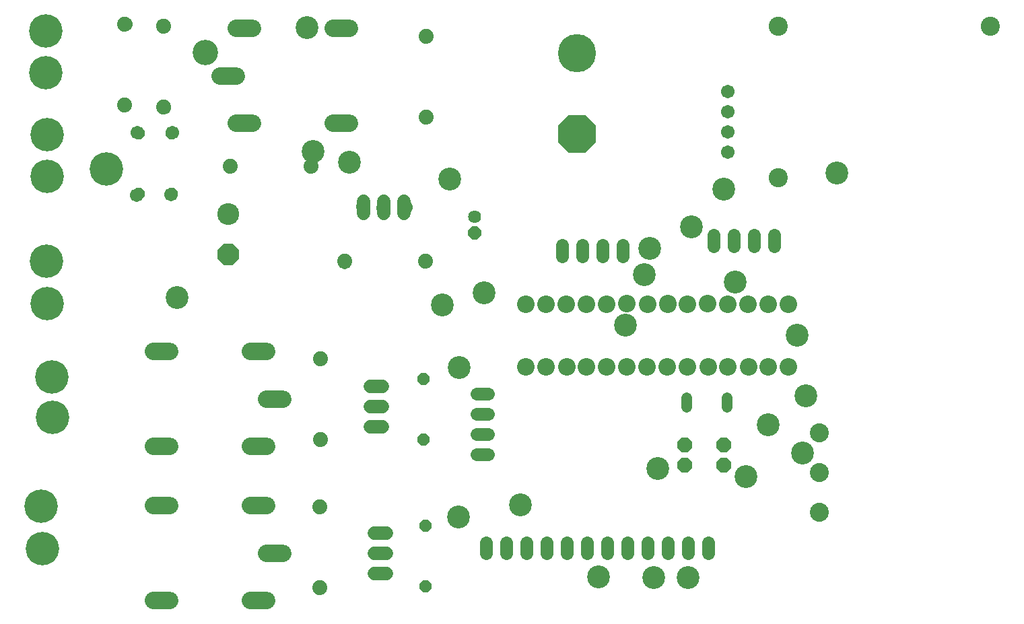
<source format=gbr>
G04 EAGLE Gerber RS-274X export*
G75*
%MOMM*%
%FSLAX34Y34*%
%LPD*%
%INSoldermask Bottom*%
%IPPOS*%
%AMOC8*
5,1,8,0,0,1.08239X$1,22.5*%
G01*
%ADD10C,1.879600*%
%ADD11C,2.153200*%
%ADD12C,2.184400*%
%ADD13C,4.800600*%
%ADD14P,5.196121X8X292.500000*%
%ADD15C,1.727200*%
%ADD16P,1.759533X8X292.500000*%
%ADD17C,1.625600*%
%ADD18C,2.743200*%
%ADD19P,2.969212X8X292.500000*%
%ADD20R,1.501200X1.501200*%
%ADD21C,1.501200*%
%ADD22C,1.320800*%
%ADD23P,2.034460X8X292.500000*%
%ADD24C,2.403200*%
%ADD25C,1.711200*%
%ADD26C,1.625600*%
%ADD27P,1.649562X8X292.500000*%
%ADD28P,1.649562X8X112.500000*%
%ADD29C,2.387600*%
%ADD30C,2.870200*%
%ADD31C,4.203200*%
%ADD32C,3.203200*%
%ADD33C,1.409600*%
%ADD34C,2.203200*%
%ADD35C,1.203200*%
%ADD36C,1.703200*%


D10*
X226314Y813054D03*
X226314Y711454D03*
X359410Y634238D03*
X461010Y634238D03*
X275336Y810260D03*
X275336Y708660D03*
D11*
X127000Y803910D03*
X127000Y753110D03*
X127000Y673100D03*
X127000Y622300D03*
D12*
X346456Y748030D02*
X366268Y748030D01*
X366776Y688340D02*
X386588Y688340D01*
X386588Y807720D02*
X366776Y807720D01*
X488696Y807720D02*
X508508Y807720D01*
X508508Y688340D02*
X488696Y688340D01*
D13*
X795020Y776732D03*
D14*
X795020Y675132D03*
D10*
X605790Y797306D03*
X605790Y695706D03*
D15*
X526288Y590550D02*
X526288Y575310D01*
X551688Y575310D02*
X551688Y590550D01*
X577088Y590550D02*
X577088Y575310D01*
D16*
X666242Y550164D03*
D17*
X666242Y570484D03*
D18*
X356616Y573786D03*
D19*
X356616Y522986D03*
D20*
X731012Y381886D03*
D21*
X756412Y381886D03*
X781812Y381886D03*
X807212Y381886D03*
X832612Y381886D03*
X858012Y381886D03*
X883412Y381886D03*
X908812Y381886D03*
X934212Y381886D03*
X959612Y381886D03*
X985012Y381886D03*
X1010412Y381886D03*
X1035812Y381886D03*
X1061212Y381886D03*
X1061212Y460886D03*
X1035812Y460886D03*
X1010412Y460886D03*
X985012Y460886D03*
X959612Y460886D03*
X934212Y460886D03*
X908812Y460886D03*
X883412Y460886D03*
X858012Y460886D03*
X832612Y460886D03*
X807212Y460886D03*
X781812Y460886D03*
X756412Y460886D03*
X731012Y460886D03*
D10*
X502666Y515112D03*
X604266Y515112D03*
D22*
X984250Y342646D02*
X984250Y331470D01*
X933450Y331470D02*
X933450Y342646D01*
D23*
X979932Y283718D03*
X979932Y258318D03*
X930656Y283718D03*
X930656Y258318D03*
D24*
X1048004Y620268D03*
X1048004Y810768D03*
D25*
X984504Y728218D03*
X984504Y702818D03*
X984504Y677418D03*
X984504Y652018D03*
D24*
X1314704Y810768D03*
D26*
X960374Y161290D02*
X960374Y147066D01*
X934974Y147066D02*
X934974Y161290D01*
X909574Y161290D02*
X909574Y147066D01*
X884174Y147066D02*
X884174Y161290D01*
X858774Y161290D02*
X858774Y147066D01*
X807974Y147066D02*
X807974Y161290D01*
X833374Y161290D02*
X833374Y147066D01*
X680974Y147066D02*
X680974Y161290D01*
X782574Y161290D02*
X782574Y147066D01*
X757174Y147066D02*
X757174Y161290D01*
X731774Y161290D02*
X731774Y147066D01*
X706374Y147066D02*
X706374Y161290D01*
D11*
X129540Y464820D03*
X129540Y515620D03*
X131826Y369824D03*
X131826Y319024D03*
D12*
X405130Y341376D02*
X424942Y341376D01*
X404622Y401066D02*
X384810Y401066D01*
X384810Y281686D02*
X404622Y281686D01*
X282702Y281686D02*
X262890Y281686D01*
X262890Y401066D02*
X282702Y401066D01*
D27*
X601980Y367030D03*
X601980Y290830D03*
D10*
X472186Y290830D03*
X472186Y392430D03*
D15*
X535178Y306324D02*
X550418Y306324D01*
X550418Y331724D02*
X535178Y331724D01*
X535178Y357124D02*
X550418Y357124D01*
D28*
X285496Y599694D03*
X285496Y675894D03*
D27*
X243586Y675386D03*
X243586Y599186D03*
D11*
X122174Y154940D03*
X122174Y205740D03*
D12*
X405130Y147828D02*
X424942Y147828D01*
X404622Y207518D02*
X384810Y207518D01*
X384810Y88138D02*
X404622Y88138D01*
X282702Y88138D02*
X262890Y88138D01*
X262890Y207518D02*
X282702Y207518D01*
D10*
X471424Y104394D03*
X471424Y205994D03*
D15*
X540512Y122428D02*
X555752Y122428D01*
X555752Y147828D02*
X540512Y147828D01*
X540512Y173228D02*
X555752Y173228D01*
D27*
X604266Y182372D03*
X604266Y106172D03*
D26*
X669036Y272288D02*
X683260Y272288D01*
X683260Y297688D02*
X669036Y297688D01*
X669036Y323088D02*
X683260Y323088D01*
X683260Y348488D02*
X669036Y348488D01*
X966978Y533908D02*
X966978Y548132D01*
X992378Y548132D02*
X992378Y533908D01*
X1017778Y533908D02*
X1017778Y548132D01*
X1043178Y548132D02*
X1043178Y533908D01*
X852678Y535432D02*
X852678Y521208D01*
X827278Y521208D02*
X827278Y535432D01*
X801878Y535432D02*
X801878Y521208D01*
X776478Y521208D02*
X776478Y535432D01*
D29*
X1100074Y299174D03*
X1100074Y249174D03*
X1100074Y199174D03*
D30*
X626110Y460248D03*
X508762Y639318D03*
X463296Y652780D03*
X455422Y808482D03*
X896366Y253746D03*
X934466Y117094D03*
X723646Y208534D03*
X635254Y617982D03*
X886206Y531114D03*
X979678Y605536D03*
X677926Y475488D03*
X938784Y558038D03*
X1122172Y626110D03*
X880110Y497840D03*
X1007618Y243586D03*
X1078992Y273812D03*
X891794Y117094D03*
X1072134Y421894D03*
X821944Y117602D03*
X994156Y488950D03*
X856097Y434654D03*
X292354Y468884D03*
X1083310Y345948D03*
X647192Y381000D03*
D31*
X203124Y630807D03*
D32*
X328071Y777395D03*
D30*
X1035812Y309118D03*
X646430Y193294D03*
D33*
X960924Y153506D03*
X935611Y153506D03*
X909815Y154312D03*
X884280Y153946D03*
X858972Y153830D03*
X833315Y153714D03*
X808181Y153508D03*
X783103Y153341D03*
X757189Y153508D03*
X730606Y154009D03*
X705528Y153508D03*
X680729Y153269D03*
X676651Y271895D03*
X674966Y297664D03*
X676170Y322469D03*
X676651Y347516D03*
X548205Y172571D03*
X548373Y147278D03*
X548791Y121919D03*
X543083Y305803D03*
X542851Y330416D03*
X542521Y356142D03*
X776436Y528503D03*
X802131Y528456D03*
X827152Y528137D03*
X852707Y528215D03*
X967184Y540492D03*
X992150Y540908D03*
X1017813Y541116D03*
X1043231Y541117D03*
D34*
X1061239Y460782D03*
X1035922Y461003D03*
X1010455Y460770D03*
X984981Y460896D03*
X959215Y461178D03*
X934247Y460800D03*
X909027Y461367D03*
X909162Y461046D03*
X883584Y460863D03*
X858100Y461140D03*
X832490Y460576D03*
X807328Y461070D03*
X781810Y460888D03*
X756248Y460800D03*
X731046Y460787D03*
X731031Y381857D03*
X756457Y381761D03*
X782022Y381953D03*
X807204Y382146D03*
X832339Y382001D03*
X857919Y382124D03*
X883566Y381524D03*
X908924Y381680D03*
X934174Y381922D03*
X960342Y382309D03*
X984937Y381945D03*
X1010706Y381906D03*
X1035898Y382022D03*
X1060875Y382067D03*
D35*
X984563Y728409D03*
X984563Y702156D03*
X984897Y676905D03*
X984730Y651822D03*
X602365Y366641D03*
D31*
X127143Y804127D03*
X127143Y752348D03*
X128614Y674070D03*
X129158Y621311D03*
X127785Y514638D03*
X128617Y461342D03*
X134853Y369268D03*
X135353Y318800D03*
X121190Y206696D03*
X122568Y153408D03*
D36*
X227753Y812990D03*
X226254Y710554D03*
X276200Y707556D03*
X327644Y776013D03*
X377090Y806994D03*
X274702Y810991D03*
X500456Y808493D03*
X497459Y689068D03*
X374593Y688568D03*
X356113Y572141D03*
X358111Y523172D03*
X284191Y598624D03*
X241737Y597625D03*
X242237Y676576D03*
X286189Y676576D03*
X273957Y401294D03*
X395049Y401894D03*
X417829Y341910D03*
X393850Y281926D03*
X394072Y207870D03*
X417546Y147907D03*
X395071Y86945D03*
X271205Y86446D03*
X471987Y104435D03*
X471488Y204872D03*
X502953Y513464D03*
X605462Y514664D03*
X525733Y583646D03*
X550911Y581846D03*
X580285Y582446D03*
X795494Y777395D03*
X796093Y674822D03*
X605342Y695064D03*
X1122132Y626323D03*
M02*

</source>
